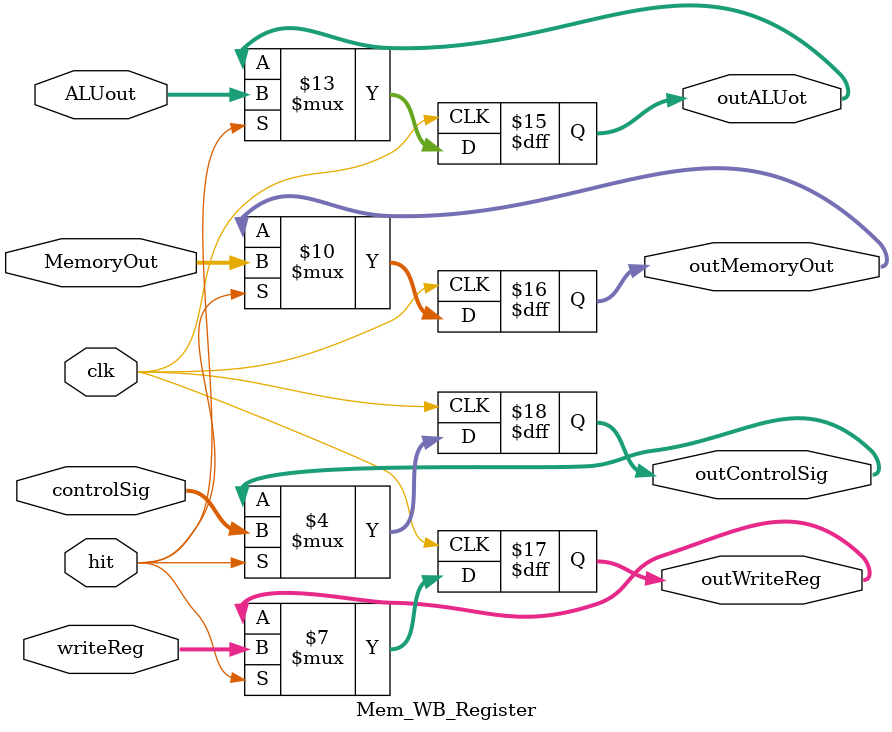
<source format=v>
`timescale 1ns / 1ps


module Mem_WB_Register(
		input [31:0]ALUout, MemoryOut,
		input [4:0]writeReg,
		input [1:0]controlSig,
		input clk, hit,
		
		output reg [31:0] outALUot, outMemoryOut,
		output reg [4:0] outWriteReg,
		output reg [1:0] outControlSig
    );

	always @(negedge clk) 
		begin
			if(hit == 1) 
				begin
					outALUot = ALUout;
					outMemoryOut = MemoryOut;
					outWriteReg = writeReg;
					outControlSig = controlSig;
				end		
		end

endmodule

</source>
